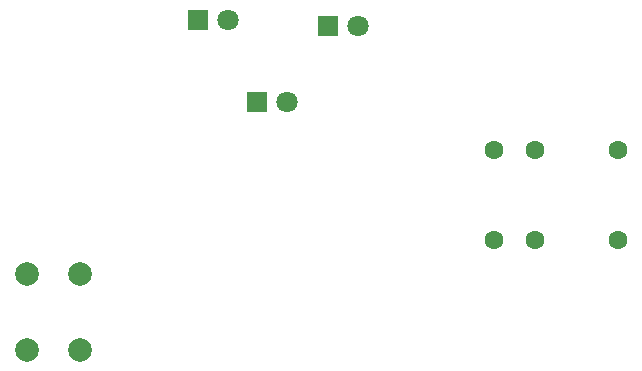
<source format=gbr>
%TF.GenerationSoftware,KiCad,Pcbnew,9.0.2*%
%TF.CreationDate,2025-05-24T17:19:21-04:00*%
%TF.ProjectId,DJUNGELSKOG Keychain,444a554e-4745-44c5-934b-4f47204b6579,rev?*%
%TF.SameCoordinates,Original*%
%TF.FileFunction,Soldermask,Top*%
%TF.FilePolarity,Negative*%
%FSLAX46Y46*%
G04 Gerber Fmt 4.6, Leading zero omitted, Abs format (unit mm)*
G04 Created by KiCad (PCBNEW 9.0.2) date 2025-05-24 17:19:21*
%MOMM*%
%LPD*%
G01*
G04 APERTURE LIST*
%ADD10C,1.800000*%
%ADD11R,1.800000X1.800000*%
%ADD12C,2.000000*%
%ADD13C,1.600000*%
G04 APERTURE END LIST*
D10*
%TO.C,D2*%
X140500000Y-101500000D03*
D11*
X137960000Y-101500000D03*
%TD*%
D10*
%TO.C,D3*%
X135500000Y-94500000D03*
D11*
X132960000Y-94500000D03*
%TD*%
D10*
%TO.C,D1*%
X146500000Y-95000000D03*
D11*
X143960000Y-95000000D03*
%TD*%
D12*
%TO.C,SW1*%
X118500000Y-116000000D03*
X118500000Y-122500000D03*
X123000000Y-116000000D03*
X123000000Y-122500000D03*
%TD*%
D13*
%TO.C,R3*%
X158000000Y-105500000D03*
X158000000Y-113120000D03*
%TD*%
%TO.C,R2*%
X161500000Y-113120000D03*
X161500000Y-105500000D03*
%TD*%
%TO.C,R1*%
X168500000Y-113120000D03*
X168500000Y-105500000D03*
%TD*%
M02*

</source>
